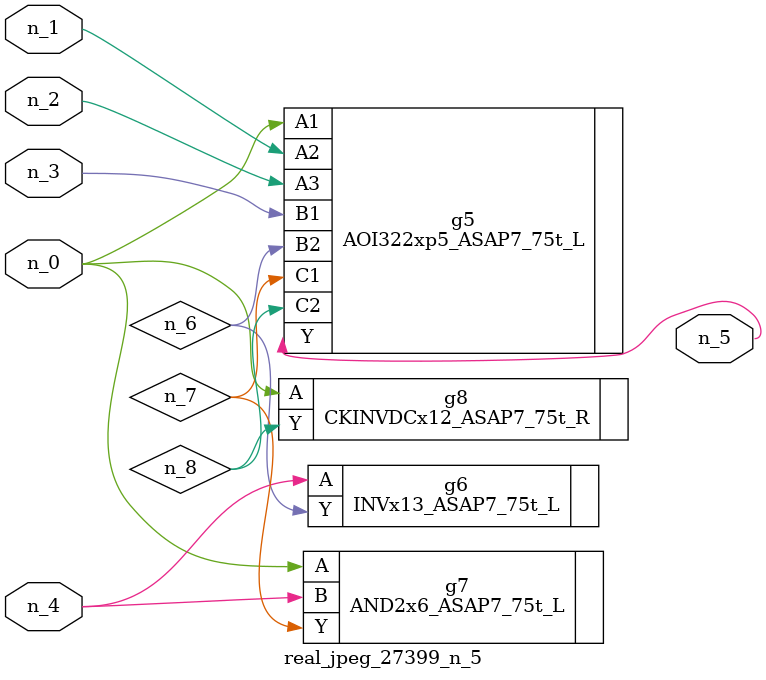
<source format=v>
module real_jpeg_27399_n_5 (n_4, n_0, n_1, n_2, n_3, n_5);

input n_4;
input n_0;
input n_1;
input n_2;
input n_3;

output n_5;

wire n_8;
wire n_6;
wire n_7;

AOI322xp5_ASAP7_75t_L g5 ( 
.A1(n_0),
.A2(n_1),
.A3(n_2),
.B1(n_3),
.B2(n_6),
.C1(n_7),
.C2(n_8),
.Y(n_5)
);

AND2x6_ASAP7_75t_L g7 ( 
.A(n_0),
.B(n_4),
.Y(n_7)
);

CKINVDCx12_ASAP7_75t_R g8 ( 
.A(n_0),
.Y(n_8)
);

INVx13_ASAP7_75t_L g6 ( 
.A(n_4),
.Y(n_6)
);


endmodule
</source>
